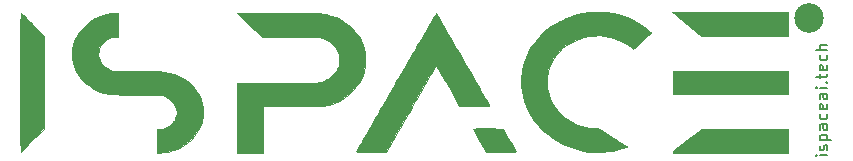
<source format=gbr>
%TF.GenerationSoftware,KiCad,Pcbnew,(5.1.6)-1*%
%TF.CreationDate,2022-05-14T23:18:14+05:30*%
%TF.ProjectId,iSPACE_keychain,69535041-4345-45f6-9b65-79636861696e,rev?*%
%TF.SameCoordinates,Original*%
%TF.FileFunction,Soldermask,Top*%
%TF.FilePolarity,Negative*%
%FSLAX46Y46*%
G04 Gerber Fmt 4.6, Leading zero omitted, Abs format (unit mm)*
G04 Created by KiCad (PCBNEW (5.1.6)-1) date 2022-05-14 23:18:14*
%MOMM*%
%LPD*%
G01*
G04 APERTURE LIST*
%ADD10C,0.200000*%
%ADD11C,0.010000*%
%ADD12C,2.500000*%
G04 APERTURE END LIST*
D10*
X151734780Y-96816276D02*
X151068114Y-96816276D01*
X150734780Y-96816276D02*
X150782400Y-96863895D01*
X150830019Y-96816276D01*
X150782400Y-96768657D01*
X150734780Y-96816276D01*
X150830019Y-96816276D01*
X151687161Y-96387704D02*
X151734780Y-96292466D01*
X151734780Y-96101990D01*
X151687161Y-96006752D01*
X151591923Y-95959133D01*
X151544304Y-95959133D01*
X151449066Y-96006752D01*
X151401447Y-96101990D01*
X151401447Y-96244847D01*
X151353828Y-96340085D01*
X151258590Y-96387704D01*
X151210971Y-96387704D01*
X151115733Y-96340085D01*
X151068114Y-96244847D01*
X151068114Y-96101990D01*
X151115733Y-96006752D01*
X151068114Y-95530561D02*
X152068114Y-95530561D01*
X151115733Y-95530561D02*
X151068114Y-95435323D01*
X151068114Y-95244847D01*
X151115733Y-95149609D01*
X151163352Y-95101990D01*
X151258590Y-95054371D01*
X151544304Y-95054371D01*
X151639542Y-95101990D01*
X151687161Y-95149609D01*
X151734780Y-95244847D01*
X151734780Y-95435323D01*
X151687161Y-95530561D01*
X151734780Y-94197228D02*
X151210971Y-94197228D01*
X151115733Y-94244847D01*
X151068114Y-94340085D01*
X151068114Y-94530561D01*
X151115733Y-94625800D01*
X151687161Y-94197228D02*
X151734780Y-94292466D01*
X151734780Y-94530561D01*
X151687161Y-94625800D01*
X151591923Y-94673419D01*
X151496685Y-94673419D01*
X151401447Y-94625800D01*
X151353828Y-94530561D01*
X151353828Y-94292466D01*
X151306209Y-94197228D01*
X151687161Y-93292466D02*
X151734780Y-93387704D01*
X151734780Y-93578180D01*
X151687161Y-93673419D01*
X151639542Y-93721038D01*
X151544304Y-93768657D01*
X151258590Y-93768657D01*
X151163352Y-93721038D01*
X151115733Y-93673419D01*
X151068114Y-93578180D01*
X151068114Y-93387704D01*
X151115733Y-93292466D01*
X151687161Y-92482942D02*
X151734780Y-92578180D01*
X151734780Y-92768657D01*
X151687161Y-92863895D01*
X151591923Y-92911514D01*
X151210971Y-92911514D01*
X151115733Y-92863895D01*
X151068114Y-92768657D01*
X151068114Y-92578180D01*
X151115733Y-92482942D01*
X151210971Y-92435323D01*
X151306209Y-92435323D01*
X151401447Y-92911514D01*
X151734780Y-91578180D02*
X151210971Y-91578180D01*
X151115733Y-91625800D01*
X151068114Y-91721038D01*
X151068114Y-91911514D01*
X151115733Y-92006752D01*
X151687161Y-91578180D02*
X151734780Y-91673419D01*
X151734780Y-91911514D01*
X151687161Y-92006752D01*
X151591923Y-92054371D01*
X151496685Y-92054371D01*
X151401447Y-92006752D01*
X151353828Y-91911514D01*
X151353828Y-91673419D01*
X151306209Y-91578180D01*
X151734780Y-91101990D02*
X151068114Y-91101990D01*
X150734780Y-91101990D02*
X150782400Y-91149609D01*
X150830019Y-91101990D01*
X150782400Y-91054371D01*
X150734780Y-91101990D01*
X150830019Y-91101990D01*
X151639542Y-90625800D02*
X151687161Y-90578180D01*
X151734780Y-90625800D01*
X151687161Y-90673419D01*
X151639542Y-90625800D01*
X151734780Y-90625800D01*
X151068114Y-90292466D02*
X151068114Y-89911514D01*
X150734780Y-90149609D02*
X151591923Y-90149609D01*
X151687161Y-90101990D01*
X151734780Y-90006752D01*
X151734780Y-89911514D01*
X151687161Y-89197228D02*
X151734780Y-89292466D01*
X151734780Y-89482942D01*
X151687161Y-89578180D01*
X151591923Y-89625800D01*
X151210971Y-89625800D01*
X151115733Y-89578180D01*
X151068114Y-89482942D01*
X151068114Y-89292466D01*
X151115733Y-89197228D01*
X151210971Y-89149609D01*
X151306209Y-89149609D01*
X151401447Y-89625800D01*
X151687161Y-88292466D02*
X151734780Y-88387704D01*
X151734780Y-88578180D01*
X151687161Y-88673419D01*
X151639542Y-88721038D01*
X151544304Y-88768657D01*
X151258590Y-88768657D01*
X151163352Y-88721038D01*
X151115733Y-88673419D01*
X151068114Y-88578180D01*
X151068114Y-88387704D01*
X151115733Y-88292466D01*
X151734780Y-87863895D02*
X150734780Y-87863895D01*
X151734780Y-87435323D02*
X151210971Y-87435323D01*
X151115733Y-87482942D01*
X151068114Y-87578180D01*
X151068114Y-87721038D01*
X151115733Y-87816276D01*
X151163352Y-87863895D01*
D11*
%TO.C,G\u002A\u002A\u002A*%
G36*
X148424900Y-86698666D02*
G01*
X144747191Y-86697315D01*
X141069483Y-86695963D01*
X139905316Y-85742899D01*
X139711282Y-85584066D01*
X139525600Y-85432104D01*
X139351064Y-85289294D01*
X139190464Y-85157921D01*
X139046596Y-85040269D01*
X138922251Y-84938621D01*
X138820222Y-84855260D01*
X138743302Y-84792470D01*
X138694284Y-84752536D01*
X138677650Y-84739068D01*
X138614150Y-84688302D01*
X143519525Y-84688068D01*
X148424900Y-84687833D01*
X148424900Y-86698666D01*
G37*
X148424900Y-86698666D02*
X144747191Y-86697315D01*
X141069483Y-86695963D01*
X139905316Y-85742899D01*
X139711282Y-85584066D01*
X139525600Y-85432104D01*
X139351064Y-85289294D01*
X139190464Y-85157921D01*
X139046596Y-85040269D01*
X138922251Y-84938621D01*
X138820222Y-84855260D01*
X138743302Y-84792470D01*
X138694284Y-84752536D01*
X138677650Y-84739068D01*
X138614150Y-84688302D01*
X143519525Y-84688068D01*
X148424900Y-84687833D01*
X148424900Y-86698666D01*
G36*
X148424900Y-91630500D02*
G01*
X138624733Y-91630500D01*
X138624733Y-89640833D01*
X148424900Y-89640833D01*
X148424900Y-91630500D01*
G37*
X148424900Y-91630500D02*
X138624733Y-91630500D01*
X138624733Y-89640833D01*
X148424900Y-89640833D01*
X148424900Y-91630500D01*
G36*
X122698258Y-94534574D02*
G01*
X122972270Y-94535457D01*
X124235612Y-94540916D01*
X124794423Y-95502821D01*
X124901349Y-95687193D01*
X125001564Y-95860603D01*
X125093094Y-96019595D01*
X125173968Y-96160714D01*
X125242214Y-96280505D01*
X125295858Y-96375513D01*
X125332930Y-96442282D01*
X125351456Y-96477358D01*
X125353233Y-96481779D01*
X125332677Y-96484836D01*
X125273455Y-96487707D01*
X125179231Y-96490344D01*
X125053673Y-96492698D01*
X124900445Y-96494721D01*
X124723215Y-96496365D01*
X124525648Y-96497580D01*
X124311410Y-96498318D01*
X124088525Y-96498532D01*
X122823816Y-96498232D01*
X122273483Y-95534938D01*
X122167836Y-95349860D01*
X122068583Y-95175682D01*
X121977703Y-95015900D01*
X121897177Y-94874008D01*
X121828983Y-94753502D01*
X121775103Y-94657875D01*
X121737514Y-94590624D01*
X121718197Y-94555242D01*
X121716038Y-94550822D01*
X121735329Y-94546092D01*
X121796201Y-94542150D01*
X121897912Y-94539005D01*
X122039717Y-94536666D01*
X122220873Y-94535142D01*
X122440634Y-94534441D01*
X122698258Y-94534574D01*
G37*
X122698258Y-94534574D02*
X122972270Y-94535457D01*
X124235612Y-94540916D01*
X124794423Y-95502821D01*
X124901349Y-95687193D01*
X125001564Y-95860603D01*
X125093094Y-96019595D01*
X125173968Y-96160714D01*
X125242214Y-96280505D01*
X125295858Y-96375513D01*
X125332930Y-96442282D01*
X125351456Y-96477358D01*
X125353233Y-96481779D01*
X125332677Y-96484836D01*
X125273455Y-96487707D01*
X125179231Y-96490344D01*
X125053673Y-96492698D01*
X124900445Y-96494721D01*
X124723215Y-96496365D01*
X124525648Y-96497580D01*
X124311410Y-96498318D01*
X124088525Y-96498532D01*
X122823816Y-96498232D01*
X122273483Y-95534938D01*
X122167836Y-95349860D01*
X122068583Y-95175682D01*
X121977703Y-95015900D01*
X121897177Y-94874008D01*
X121828983Y-94753502D01*
X121775103Y-94657875D01*
X121737514Y-94590624D01*
X121718197Y-94555242D01*
X121716038Y-94550822D01*
X121735329Y-94546092D01*
X121796201Y-94542150D01*
X121897912Y-94539005D01*
X122039717Y-94536666D01*
X122220873Y-94535142D01*
X122440634Y-94534441D01*
X122698258Y-94534574D01*
G36*
X118602402Y-84797804D02*
G01*
X118634262Y-84849996D01*
X118684874Y-84934772D01*
X118753053Y-85050081D01*
X118837611Y-85193871D01*
X118937362Y-85364092D01*
X119051119Y-85558693D01*
X119177696Y-85775623D01*
X119315905Y-86012832D01*
X119464561Y-86268268D01*
X119622476Y-86539881D01*
X119788463Y-86825620D01*
X119961336Y-87123434D01*
X120139908Y-87431272D01*
X120322993Y-87747083D01*
X120509403Y-88068818D01*
X120697952Y-88394424D01*
X120887454Y-88721851D01*
X121076721Y-89049048D01*
X121264567Y-89373964D01*
X121449805Y-89694549D01*
X121631248Y-90008752D01*
X121807711Y-90314522D01*
X121978005Y-90609807D01*
X122140944Y-90892558D01*
X122295342Y-91160724D01*
X122440011Y-91412253D01*
X122573766Y-91645094D01*
X122695419Y-91857198D01*
X122803784Y-92046513D01*
X122897674Y-92210988D01*
X122975902Y-92348573D01*
X123037281Y-92457216D01*
X123080626Y-92534867D01*
X123104748Y-92579475D01*
X123109566Y-92589883D01*
X123089008Y-92592430D01*
X123029768Y-92594817D01*
X122935496Y-92597004D01*
X122809843Y-92598953D01*
X122656460Y-92600624D01*
X122478999Y-92601976D01*
X122281109Y-92602971D01*
X122066441Y-92603568D01*
X121838647Y-92603729D01*
X121834275Y-92603727D01*
X120558983Y-92603288D01*
X119575816Y-90889908D01*
X119433852Y-90642624D01*
X119297952Y-90406132D01*
X119169580Y-90182971D01*
X119050202Y-89975675D01*
X118941282Y-89786781D01*
X118844287Y-89618827D01*
X118760681Y-89474348D01*
X118691930Y-89355881D01*
X118639498Y-89265963D01*
X118604851Y-89207129D01*
X118589453Y-89181918D01*
X118588791Y-89181139D01*
X118577599Y-89200032D01*
X118546802Y-89252825D01*
X118497991Y-89336772D01*
X118432756Y-89449127D01*
X118352686Y-89587144D01*
X118259372Y-89748075D01*
X118154403Y-89929177D01*
X118039370Y-90127701D01*
X117915862Y-90340903D01*
X117785468Y-90566037D01*
X117649780Y-90800355D01*
X117510386Y-91041113D01*
X117368878Y-91285563D01*
X117226844Y-91530960D01*
X117085874Y-91774558D01*
X116947559Y-92013611D01*
X116813489Y-92245373D01*
X116685253Y-92467097D01*
X116564441Y-92676038D01*
X116452643Y-92869449D01*
X116351449Y-93044584D01*
X116262449Y-93198698D01*
X116187232Y-93329044D01*
X116178031Y-93345000D01*
X116074200Y-93524773D01*
X115952958Y-93734203D01*
X115818294Y-93966424D01*
X115674201Y-94214569D01*
X115524669Y-94471771D01*
X115373690Y-94731163D01*
X115225253Y-94985878D01*
X115083352Y-95229049D01*
X115018554Y-95339958D01*
X114341201Y-96498833D01*
X113084467Y-96498833D01*
X112858177Y-96498573D01*
X112644979Y-96497825D01*
X112448549Y-96496636D01*
X112272563Y-96495050D01*
X112120699Y-96493116D01*
X111996633Y-96490880D01*
X111904043Y-96488388D01*
X111846605Y-96485686D01*
X111827947Y-96482958D01*
X111838416Y-96462817D01*
X111869119Y-96407756D01*
X111919087Y-96319451D01*
X111987350Y-96199581D01*
X112072939Y-96049822D01*
X112174885Y-95871854D01*
X112292217Y-95667354D01*
X112423966Y-95438000D01*
X112569163Y-95185468D01*
X112726838Y-94911438D01*
X112896021Y-94617587D01*
X113075744Y-94305593D01*
X113265036Y-93977134D01*
X113462928Y-93633886D01*
X113668450Y-93277529D01*
X113880634Y-92909740D01*
X114098509Y-92532197D01*
X114321105Y-92146577D01*
X114547455Y-91754559D01*
X114776586Y-91357819D01*
X115007532Y-90958037D01*
X115239321Y-90556889D01*
X115470984Y-90156054D01*
X115701552Y-89757209D01*
X115930055Y-89362032D01*
X116155524Y-88972201D01*
X116376988Y-88589394D01*
X116593480Y-88215288D01*
X116804028Y-87851561D01*
X117007664Y-87499892D01*
X117203418Y-87161957D01*
X117390321Y-86839435D01*
X117567402Y-86534003D01*
X117733693Y-86247339D01*
X117888224Y-85981122D01*
X118030025Y-85737028D01*
X118158127Y-85516736D01*
X118271560Y-85321923D01*
X118369355Y-85154267D01*
X118450542Y-85015446D01*
X118514152Y-84907138D01*
X118559215Y-84831020D01*
X118584761Y-84788771D01*
X118590483Y-84780245D01*
X118602402Y-84797804D01*
G37*
X118602402Y-84797804D02*
X118634262Y-84849996D01*
X118684874Y-84934772D01*
X118753053Y-85050081D01*
X118837611Y-85193871D01*
X118937362Y-85364092D01*
X119051119Y-85558693D01*
X119177696Y-85775623D01*
X119315905Y-86012832D01*
X119464561Y-86268268D01*
X119622476Y-86539881D01*
X119788463Y-86825620D01*
X119961336Y-87123434D01*
X120139908Y-87431272D01*
X120322993Y-87747083D01*
X120509403Y-88068818D01*
X120697952Y-88394424D01*
X120887454Y-88721851D01*
X121076721Y-89049048D01*
X121264567Y-89373964D01*
X121449805Y-89694549D01*
X121631248Y-90008752D01*
X121807711Y-90314522D01*
X121978005Y-90609807D01*
X122140944Y-90892558D01*
X122295342Y-91160724D01*
X122440011Y-91412253D01*
X122573766Y-91645094D01*
X122695419Y-91857198D01*
X122803784Y-92046513D01*
X122897674Y-92210988D01*
X122975902Y-92348573D01*
X123037281Y-92457216D01*
X123080626Y-92534867D01*
X123104748Y-92579475D01*
X123109566Y-92589883D01*
X123089008Y-92592430D01*
X123029768Y-92594817D01*
X122935496Y-92597004D01*
X122809843Y-92598953D01*
X122656460Y-92600624D01*
X122478999Y-92601976D01*
X122281109Y-92602971D01*
X122066441Y-92603568D01*
X121838647Y-92603729D01*
X121834275Y-92603727D01*
X120558983Y-92603288D01*
X119575816Y-90889908D01*
X119433852Y-90642624D01*
X119297952Y-90406132D01*
X119169580Y-90182971D01*
X119050202Y-89975675D01*
X118941282Y-89786781D01*
X118844287Y-89618827D01*
X118760681Y-89474348D01*
X118691930Y-89355881D01*
X118639498Y-89265963D01*
X118604851Y-89207129D01*
X118589453Y-89181918D01*
X118588791Y-89181139D01*
X118577599Y-89200032D01*
X118546802Y-89252825D01*
X118497991Y-89336772D01*
X118432756Y-89449127D01*
X118352686Y-89587144D01*
X118259372Y-89748075D01*
X118154403Y-89929177D01*
X118039370Y-90127701D01*
X117915862Y-90340903D01*
X117785468Y-90566037D01*
X117649780Y-90800355D01*
X117510386Y-91041113D01*
X117368878Y-91285563D01*
X117226844Y-91530960D01*
X117085874Y-91774558D01*
X116947559Y-92013611D01*
X116813489Y-92245373D01*
X116685253Y-92467097D01*
X116564441Y-92676038D01*
X116452643Y-92869449D01*
X116351449Y-93044584D01*
X116262449Y-93198698D01*
X116187232Y-93329044D01*
X116178031Y-93345000D01*
X116074200Y-93524773D01*
X115952958Y-93734203D01*
X115818294Y-93966424D01*
X115674201Y-94214569D01*
X115524669Y-94471771D01*
X115373690Y-94731163D01*
X115225253Y-94985878D01*
X115083352Y-95229049D01*
X115018554Y-95339958D01*
X114341201Y-96498833D01*
X113084467Y-96498833D01*
X112858177Y-96498573D01*
X112644979Y-96497825D01*
X112448549Y-96496636D01*
X112272563Y-96495050D01*
X112120699Y-96493116D01*
X111996633Y-96490880D01*
X111904043Y-96488388D01*
X111846605Y-96485686D01*
X111827947Y-96482958D01*
X111838416Y-96462817D01*
X111869119Y-96407756D01*
X111919087Y-96319451D01*
X111987350Y-96199581D01*
X112072939Y-96049822D01*
X112174885Y-95871854D01*
X112292217Y-95667354D01*
X112423966Y-95438000D01*
X112569163Y-95185468D01*
X112726838Y-94911438D01*
X112896021Y-94617587D01*
X113075744Y-94305593D01*
X113265036Y-93977134D01*
X113462928Y-93633886D01*
X113668450Y-93277529D01*
X113880634Y-92909740D01*
X114098509Y-92532197D01*
X114321105Y-92146577D01*
X114547455Y-91754559D01*
X114776586Y-91357819D01*
X115007532Y-90958037D01*
X115239321Y-90556889D01*
X115470984Y-90156054D01*
X115701552Y-89757209D01*
X115930055Y-89362032D01*
X116155524Y-88972201D01*
X116376988Y-88589394D01*
X116593480Y-88215288D01*
X116804028Y-87851561D01*
X117007664Y-87499892D01*
X117203418Y-87161957D01*
X117390321Y-86839435D01*
X117567402Y-86534003D01*
X117733693Y-86247339D01*
X117888224Y-85981122D01*
X118030025Y-85737028D01*
X118158127Y-85516736D01*
X118271560Y-85321923D01*
X118369355Y-85154267D01*
X118450542Y-85015446D01*
X118514152Y-84907138D01*
X118559215Y-84831020D01*
X118584761Y-84788771D01*
X118590483Y-84780245D01*
X118602402Y-84797804D01*
G36*
X132414992Y-84667100D02*
G01*
X132600479Y-84670375D01*
X132768747Y-84676140D01*
X132909885Y-84684395D01*
X132956496Y-84688390D01*
X133484315Y-84760176D01*
X133999611Y-84872397D01*
X134502400Y-85025060D01*
X134992700Y-85218171D01*
X135470526Y-85451735D01*
X135849156Y-85671028D01*
X135963676Y-85744926D01*
X136086579Y-85829036D01*
X136213049Y-85919568D01*
X136338273Y-86012733D01*
X136457435Y-86104739D01*
X136565721Y-86191796D01*
X136658317Y-86270114D01*
X136730408Y-86335904D01*
X136777179Y-86385373D01*
X136793816Y-86414715D01*
X136778675Y-86432675D01*
X136735724Y-86475506D01*
X136668675Y-86539820D01*
X136581238Y-86622228D01*
X136477124Y-86719342D01*
X136360044Y-86827774D01*
X136233708Y-86944135D01*
X136101828Y-87065036D01*
X135968114Y-87187090D01*
X135836277Y-87306908D01*
X135710027Y-87421101D01*
X135593075Y-87526281D01*
X135489133Y-87619060D01*
X135401910Y-87696049D01*
X135335118Y-87753860D01*
X135292467Y-87789104D01*
X135278075Y-87798790D01*
X135257411Y-87786306D01*
X135211879Y-87752180D01*
X135148913Y-87702130D01*
X135098158Y-87660444D01*
X134763294Y-87409111D01*
X134407006Y-87193179D01*
X134031885Y-87013189D01*
X133640524Y-86869680D01*
X133235515Y-86763194D01*
X132819450Y-86694269D01*
X132394921Y-86663447D01*
X131964520Y-86671267D01*
X131530840Y-86718269D01*
X131096472Y-86804993D01*
X131049419Y-86816812D01*
X130659081Y-86937450D01*
X130286070Y-87093693D01*
X129932620Y-87283256D01*
X129600963Y-87503850D01*
X129293329Y-87753190D01*
X129011953Y-88028988D01*
X128759065Y-88328958D01*
X128536899Y-88650812D01*
X128347685Y-88992263D01*
X128193657Y-89351025D01*
X128077046Y-89724810D01*
X128035965Y-89904212D01*
X128019578Y-89990488D01*
X128007406Y-90070874D01*
X127998873Y-90154033D01*
X127993400Y-90248626D01*
X127990411Y-90363316D01*
X127989329Y-90506766D01*
X127989343Y-90603916D01*
X127990184Y-90766575D01*
X127992429Y-90895304D01*
X127996675Y-90998498D01*
X128003516Y-91084551D01*
X128013547Y-91161858D01*
X128027363Y-91238816D01*
X128037928Y-91289285D01*
X128141913Y-91681115D01*
X128278646Y-92047127D01*
X128449653Y-92390091D01*
X128656462Y-92712778D01*
X128900601Y-93017961D01*
X129113775Y-93241583D01*
X129327745Y-93442627D01*
X129529702Y-93614169D01*
X129729174Y-93763155D01*
X129935688Y-93896525D01*
X130158772Y-94021222D01*
X130242733Y-94064204D01*
X130565855Y-94209627D01*
X130898470Y-94325507D01*
X131247363Y-94413600D01*
X131619318Y-94475662D01*
X131963676Y-94509615D01*
X132277037Y-94531836D01*
X133508843Y-95285219D01*
X133716485Y-95412256D01*
X133913417Y-95532823D01*
X134096682Y-95645101D01*
X134263319Y-95747275D01*
X134410368Y-95837526D01*
X134534870Y-95914039D01*
X134633865Y-95974995D01*
X134704393Y-96018578D01*
X134743494Y-96042970D01*
X134750620Y-96047619D01*
X134751620Y-96058220D01*
X134731782Y-96072907D01*
X134687079Y-96093337D01*
X134613486Y-96121170D01*
X134506977Y-96158065D01*
X134380816Y-96200005D01*
X134111421Y-96283747D01*
X133857056Y-96351955D01*
X133608870Y-96405988D01*
X133358014Y-96447199D01*
X133095638Y-96476947D01*
X132812891Y-96496587D01*
X132500923Y-96507475D01*
X132359400Y-96509760D01*
X132190410Y-96510950D01*
X132025860Y-96510711D01*
X131873169Y-96509161D01*
X131739758Y-96506414D01*
X131633045Y-96502587D01*
X131560452Y-96497794D01*
X131555066Y-96497234D01*
X131018854Y-96417645D01*
X130494658Y-96298065D01*
X129984285Y-96139258D01*
X129489539Y-95941989D01*
X129012227Y-95707023D01*
X128554154Y-95435125D01*
X128117128Y-95127060D01*
X127888848Y-94944540D01*
X127541343Y-94628096D01*
X127218048Y-94280698D01*
X126921505Y-93906494D01*
X126654255Y-93509635D01*
X126418840Y-93094270D01*
X126217801Y-92664551D01*
X126053680Y-92224626D01*
X125929018Y-91778645D01*
X125916635Y-91724032D01*
X125852326Y-91360550D01*
X125813530Y-90974756D01*
X125800488Y-90578299D01*
X125813439Y-90182826D01*
X125852623Y-89799989D01*
X125874140Y-89662000D01*
X125972424Y-89212726D01*
X126111144Y-88768648D01*
X126288430Y-88333425D01*
X126502413Y-87910715D01*
X126751221Y-87504179D01*
X127032986Y-87117474D01*
X127345839Y-86754259D01*
X127376687Y-86721553D01*
X127691968Y-86408774D01*
X128012314Y-86130293D01*
X128346630Y-85879489D01*
X128703817Y-85649747D01*
X129092777Y-85434448D01*
X129142066Y-85409240D01*
X129612043Y-85189857D01*
X130080265Y-85010281D01*
X130552799Y-84868714D01*
X131035713Y-84763360D01*
X131535073Y-84692420D01*
X131576233Y-84688146D01*
X131699118Y-84678941D01*
X131854349Y-84672236D01*
X132032014Y-84668029D01*
X132222199Y-84666317D01*
X132414992Y-84667100D01*
G37*
X132414992Y-84667100D02*
X132600479Y-84670375D01*
X132768747Y-84676140D01*
X132909885Y-84684395D01*
X132956496Y-84688390D01*
X133484315Y-84760176D01*
X133999611Y-84872397D01*
X134502400Y-85025060D01*
X134992700Y-85218171D01*
X135470526Y-85451735D01*
X135849156Y-85671028D01*
X135963676Y-85744926D01*
X136086579Y-85829036D01*
X136213049Y-85919568D01*
X136338273Y-86012733D01*
X136457435Y-86104739D01*
X136565721Y-86191796D01*
X136658317Y-86270114D01*
X136730408Y-86335904D01*
X136777179Y-86385373D01*
X136793816Y-86414715D01*
X136778675Y-86432675D01*
X136735724Y-86475506D01*
X136668675Y-86539820D01*
X136581238Y-86622228D01*
X136477124Y-86719342D01*
X136360044Y-86827774D01*
X136233708Y-86944135D01*
X136101828Y-87065036D01*
X135968114Y-87187090D01*
X135836277Y-87306908D01*
X135710027Y-87421101D01*
X135593075Y-87526281D01*
X135489133Y-87619060D01*
X135401910Y-87696049D01*
X135335118Y-87753860D01*
X135292467Y-87789104D01*
X135278075Y-87798790D01*
X135257411Y-87786306D01*
X135211879Y-87752180D01*
X135148913Y-87702130D01*
X135098158Y-87660444D01*
X134763294Y-87409111D01*
X134407006Y-87193179D01*
X134031885Y-87013189D01*
X133640524Y-86869680D01*
X133235515Y-86763194D01*
X132819450Y-86694269D01*
X132394921Y-86663447D01*
X131964520Y-86671267D01*
X131530840Y-86718269D01*
X131096472Y-86804993D01*
X131049419Y-86816812D01*
X130659081Y-86937450D01*
X130286070Y-87093693D01*
X129932620Y-87283256D01*
X129600963Y-87503850D01*
X129293329Y-87753190D01*
X129011953Y-88028988D01*
X128759065Y-88328958D01*
X128536899Y-88650812D01*
X128347685Y-88992263D01*
X128193657Y-89351025D01*
X128077046Y-89724810D01*
X128035965Y-89904212D01*
X128019578Y-89990488D01*
X128007406Y-90070874D01*
X127998873Y-90154033D01*
X127993400Y-90248626D01*
X127990411Y-90363316D01*
X127989329Y-90506766D01*
X127989343Y-90603916D01*
X127990184Y-90766575D01*
X127992429Y-90895304D01*
X127996675Y-90998498D01*
X128003516Y-91084551D01*
X128013547Y-91161858D01*
X128027363Y-91238816D01*
X128037928Y-91289285D01*
X128141913Y-91681115D01*
X128278646Y-92047127D01*
X128449653Y-92390091D01*
X128656462Y-92712778D01*
X128900601Y-93017961D01*
X129113775Y-93241583D01*
X129327745Y-93442627D01*
X129529702Y-93614169D01*
X129729174Y-93763155D01*
X129935688Y-93896525D01*
X130158772Y-94021222D01*
X130242733Y-94064204D01*
X130565855Y-94209627D01*
X130898470Y-94325507D01*
X131247363Y-94413600D01*
X131619318Y-94475662D01*
X131963676Y-94509615D01*
X132277037Y-94531836D01*
X133508843Y-95285219D01*
X133716485Y-95412256D01*
X133913417Y-95532823D01*
X134096682Y-95645101D01*
X134263319Y-95747275D01*
X134410368Y-95837526D01*
X134534870Y-95914039D01*
X134633865Y-95974995D01*
X134704393Y-96018578D01*
X134743494Y-96042970D01*
X134750620Y-96047619D01*
X134751620Y-96058220D01*
X134731782Y-96072907D01*
X134687079Y-96093337D01*
X134613486Y-96121170D01*
X134506977Y-96158065D01*
X134380816Y-96200005D01*
X134111421Y-96283747D01*
X133857056Y-96351955D01*
X133608870Y-96405988D01*
X133358014Y-96447199D01*
X133095638Y-96476947D01*
X132812891Y-96496587D01*
X132500923Y-96507475D01*
X132359400Y-96509760D01*
X132190410Y-96510950D01*
X132025860Y-96510711D01*
X131873169Y-96509161D01*
X131739758Y-96506414D01*
X131633045Y-96502587D01*
X131560452Y-96497794D01*
X131555066Y-96497234D01*
X131018854Y-96417645D01*
X130494658Y-96298065D01*
X129984285Y-96139258D01*
X129489539Y-95941989D01*
X129012227Y-95707023D01*
X128554154Y-95435125D01*
X128117128Y-95127060D01*
X127888848Y-94944540D01*
X127541343Y-94628096D01*
X127218048Y-94280698D01*
X126921505Y-93906494D01*
X126654255Y-93509635D01*
X126418840Y-93094270D01*
X126217801Y-92664551D01*
X126053680Y-92224626D01*
X125929018Y-91778645D01*
X125916635Y-91724032D01*
X125852326Y-91360550D01*
X125813530Y-90974756D01*
X125800488Y-90578299D01*
X125813439Y-90182826D01*
X125852623Y-89799989D01*
X125874140Y-89662000D01*
X125972424Y-89212726D01*
X126111144Y-88768648D01*
X126288430Y-88333425D01*
X126502413Y-87910715D01*
X126751221Y-87504179D01*
X127032986Y-87117474D01*
X127345839Y-86754259D01*
X127376687Y-86721553D01*
X127691968Y-86408774D01*
X128012314Y-86130293D01*
X128346630Y-85879489D01*
X128703817Y-85649747D01*
X129092777Y-85434448D01*
X129142066Y-85409240D01*
X129612043Y-85189857D01*
X130080265Y-85010281D01*
X130552799Y-84868714D01*
X131035713Y-84763360D01*
X131535073Y-84692420D01*
X131576233Y-84688146D01*
X131699118Y-84678941D01*
X131854349Y-84672236D01*
X132032014Y-84668029D01*
X132222199Y-84666317D01*
X132414992Y-84667100D01*
G36*
X83437599Y-84744828D02*
G01*
X83482547Y-84787140D01*
X83552138Y-84854593D01*
X83643840Y-84944676D01*
X83755123Y-85054881D01*
X83883454Y-85182696D01*
X84026302Y-85325612D01*
X84181136Y-85481120D01*
X84345424Y-85646710D01*
X84404077Y-85705964D01*
X85369400Y-86681762D01*
X85369400Y-94563356D01*
X84403512Y-95552261D01*
X84237035Y-95722425D01*
X84079085Y-95883329D01*
X83932168Y-96032457D01*
X83798788Y-96167291D01*
X83681449Y-96285317D01*
X83582656Y-96384016D01*
X83504913Y-96460874D01*
X83450726Y-96513374D01*
X83422597Y-96538999D01*
X83419262Y-96541166D01*
X83417663Y-96520263D01*
X83416106Y-96458607D01*
X83414596Y-96357778D01*
X83413139Y-96219357D01*
X83411738Y-96044924D01*
X83410401Y-95836059D01*
X83409130Y-95594343D01*
X83407931Y-95321356D01*
X83406809Y-95018679D01*
X83405769Y-94687891D01*
X83404815Y-94330573D01*
X83403954Y-93948306D01*
X83403189Y-93542670D01*
X83402525Y-93115245D01*
X83401968Y-92667611D01*
X83401522Y-92201349D01*
X83401192Y-91718040D01*
X83400983Y-91219263D01*
X83400901Y-90706598D01*
X83400900Y-90635666D01*
X83400967Y-90087876D01*
X83401165Y-89558860D01*
X83401491Y-89049955D01*
X83401939Y-88562498D01*
X83402506Y-88097826D01*
X83403188Y-87657273D01*
X83403979Y-87242178D01*
X83404876Y-86853875D01*
X83405874Y-86493702D01*
X83406970Y-86162995D01*
X83408158Y-85863090D01*
X83409435Y-85595324D01*
X83410796Y-85361033D01*
X83412237Y-85161553D01*
X83413754Y-84998221D01*
X83415342Y-84872373D01*
X83416998Y-84785345D01*
X83418716Y-84738475D01*
X83419827Y-84730166D01*
X83437599Y-84744828D01*
G37*
X83437599Y-84744828D02*
X83482547Y-84787140D01*
X83552138Y-84854593D01*
X83643840Y-84944676D01*
X83755123Y-85054881D01*
X83883454Y-85182696D01*
X84026302Y-85325612D01*
X84181136Y-85481120D01*
X84345424Y-85646710D01*
X84404077Y-85705964D01*
X85369400Y-86681762D01*
X85369400Y-94563356D01*
X84403512Y-95552261D01*
X84237035Y-95722425D01*
X84079085Y-95883329D01*
X83932168Y-96032457D01*
X83798788Y-96167291D01*
X83681449Y-96285317D01*
X83582656Y-96384016D01*
X83504913Y-96460874D01*
X83450726Y-96513374D01*
X83422597Y-96538999D01*
X83419262Y-96541166D01*
X83417663Y-96520263D01*
X83416106Y-96458607D01*
X83414596Y-96357778D01*
X83413139Y-96219357D01*
X83411738Y-96044924D01*
X83410401Y-95836059D01*
X83409130Y-95594343D01*
X83407931Y-95321356D01*
X83406809Y-95018679D01*
X83405769Y-94687891D01*
X83404815Y-94330573D01*
X83403954Y-93948306D01*
X83403189Y-93542670D01*
X83402525Y-93115245D01*
X83401968Y-92667611D01*
X83401522Y-92201349D01*
X83401192Y-91718040D01*
X83400983Y-91219263D01*
X83400901Y-90706598D01*
X83400900Y-90635666D01*
X83400967Y-90087876D01*
X83401165Y-89558860D01*
X83401491Y-89049955D01*
X83401939Y-88562498D01*
X83402506Y-88097826D01*
X83403188Y-87657273D01*
X83403979Y-87242178D01*
X83404876Y-86853875D01*
X83405874Y-86493702D01*
X83406970Y-86162995D01*
X83408158Y-85863090D01*
X83409435Y-85595324D01*
X83410796Y-85361033D01*
X83412237Y-85161553D01*
X83413754Y-84998221D01*
X83415342Y-84872373D01*
X83416998Y-84785345D01*
X83418716Y-84738475D01*
X83419827Y-84730166D01*
X83437599Y-84744828D01*
G36*
X148424900Y-96583500D02*
G01*
X138624733Y-96583500D01*
X138625635Y-96493541D01*
X138626536Y-96403583D01*
X139849893Y-95488125D01*
X141073251Y-94572666D01*
X148424900Y-94572666D01*
X148424900Y-96583500D01*
G37*
X148424900Y-96583500D02*
X138624733Y-96583500D01*
X138625635Y-96493541D01*
X138626536Y-96403583D01*
X139849893Y-95488125D01*
X141073251Y-94572666D01*
X148424900Y-94572666D01*
X148424900Y-96583500D01*
G36*
X91655900Y-86762166D02*
G01*
X91544775Y-86762444D01*
X91353667Y-86779081D01*
X91148776Y-86825401D01*
X90941915Y-86897369D01*
X90744900Y-86990954D01*
X90587105Y-87089374D01*
X90421427Y-87230050D01*
X90274838Y-87398843D01*
X90153972Y-87586282D01*
X90065461Y-87782894D01*
X90037185Y-87874774D01*
X90017897Y-87984195D01*
X90007612Y-88119437D01*
X90006335Y-88264957D01*
X90014071Y-88405209D01*
X90030826Y-88524649D01*
X90036968Y-88551594D01*
X90110697Y-88759085D01*
X90221883Y-88957626D01*
X90365800Y-89141843D01*
X90537724Y-89306365D01*
X90732929Y-89445818D01*
X90902342Y-89535567D01*
X90949443Y-89557208D01*
X90991420Y-89576380D01*
X91030999Y-89593251D01*
X91070905Y-89607986D01*
X91113862Y-89620751D01*
X91162597Y-89631714D01*
X91219834Y-89641039D01*
X91288299Y-89648894D01*
X91370715Y-89655443D01*
X91469810Y-89660855D01*
X91588307Y-89665293D01*
X91728932Y-89668926D01*
X91894409Y-89671919D01*
X92087465Y-89674438D01*
X92310825Y-89676650D01*
X92567212Y-89678720D01*
X92859353Y-89680815D01*
X93189973Y-89683101D01*
X93338650Y-89684142D01*
X93742257Y-89687227D01*
X94104111Y-89690492D01*
X94424791Y-89693947D01*
X94704876Y-89697603D01*
X94944946Y-89701469D01*
X95145581Y-89705556D01*
X95307359Y-89709874D01*
X95430860Y-89714434D01*
X95516665Y-89719246D01*
X95561150Y-89723653D01*
X95980387Y-89803137D01*
X96372694Y-89914319D01*
X96740505Y-90058403D01*
X97086254Y-90236595D01*
X97412377Y-90450099D01*
X97721306Y-90700120D01*
X97924519Y-90893345D01*
X98178234Y-91177804D01*
X98392766Y-91478058D01*
X98567814Y-91793161D01*
X98703076Y-92122163D01*
X98798251Y-92464117D01*
X98853038Y-92818075D01*
X98867134Y-93183089D01*
X98840237Y-93558210D01*
X98818938Y-93704833D01*
X98744474Y-94027803D01*
X98630740Y-94342778D01*
X98480451Y-94647182D01*
X98296321Y-94938436D01*
X98081065Y-95213964D01*
X97837399Y-95471187D01*
X97568037Y-95707528D01*
X97275694Y-95920410D01*
X96963086Y-96107255D01*
X96632926Y-96265486D01*
X96287931Y-96392525D01*
X95930815Y-96485794D01*
X95878650Y-96496273D01*
X95630191Y-96538667D01*
X95395917Y-96567619D01*
X95186199Y-96581950D01*
X95111358Y-96583326D01*
X94957900Y-96583500D01*
X94957900Y-94598239D01*
X95132525Y-94583001D01*
X95389920Y-94544123D01*
X95634413Y-94471725D01*
X95823583Y-94390268D01*
X95923012Y-94338883D01*
X96004758Y-94287913D01*
X96082071Y-94227686D01*
X96168205Y-94148529D01*
X96207199Y-94110291D01*
X96297177Y-94017768D01*
X96363635Y-93939930D01*
X96415717Y-93864533D01*
X96462568Y-93779331D01*
X96478347Y-93747166D01*
X96569760Y-93516985D01*
X96619684Y-93292434D01*
X96628336Y-93071897D01*
X96597944Y-92862152D01*
X96527713Y-92653489D01*
X96419836Y-92454013D01*
X96278711Y-92267973D01*
X96108735Y-92099618D01*
X95914308Y-91953197D01*
X95699827Y-91832959D01*
X95469691Y-91743155D01*
X95426604Y-91730455D01*
X95399054Y-91722965D01*
X95371296Y-91716327D01*
X95340662Y-91710469D01*
X95304488Y-91705322D01*
X95260107Y-91700815D01*
X95204853Y-91696879D01*
X95136060Y-91693443D01*
X95051062Y-91690438D01*
X94947192Y-91687793D01*
X94821785Y-91685437D01*
X94672175Y-91683302D01*
X94495696Y-91681317D01*
X94289680Y-91679411D01*
X94051463Y-91677515D01*
X93778379Y-91675559D01*
X93467760Y-91673472D01*
X93190483Y-91671661D01*
X92847284Y-91669408D01*
X92543651Y-91667327D01*
X92276816Y-91665347D01*
X92044014Y-91663398D01*
X91842476Y-91661409D01*
X91669437Y-91659309D01*
X91522129Y-91657029D01*
X91397784Y-91654497D01*
X91293638Y-91651642D01*
X91206921Y-91648395D01*
X91134868Y-91644684D01*
X91074712Y-91640440D01*
X91023685Y-91635590D01*
X90979021Y-91630066D01*
X90937953Y-91623796D01*
X90897713Y-91616709D01*
X90875840Y-91612610D01*
X90764743Y-91590757D01*
X90654863Y-91567810D01*
X90561097Y-91546947D01*
X90512217Y-91535073D01*
X90153331Y-91422508D01*
X89808164Y-91275658D01*
X89479802Y-91097271D01*
X89171330Y-90890091D01*
X88885834Y-90656865D01*
X88626401Y-90400338D01*
X88396116Y-90123257D01*
X88198065Y-89828367D01*
X88035334Y-89518415D01*
X87922102Y-89230285D01*
X87832487Y-88896914D01*
X87779737Y-88552171D01*
X87763614Y-88202159D01*
X87783877Y-87852978D01*
X87840287Y-87510732D01*
X87932606Y-87181522D01*
X88010281Y-86980820D01*
X88164760Y-86674478D01*
X88357085Y-86378438D01*
X88583234Y-86096742D01*
X88839184Y-85833432D01*
X89120914Y-85592549D01*
X89424401Y-85378134D01*
X89745623Y-85194229D01*
X89829397Y-85152935D01*
X90119921Y-85030773D01*
X90432380Y-84929093D01*
X90755117Y-84850611D01*
X91076478Y-84798044D01*
X91384807Y-84774109D01*
X91460108Y-84772913D01*
X91655900Y-84772500D01*
X91655900Y-86762166D01*
G37*
X91655900Y-86762166D02*
X91544775Y-86762444D01*
X91353667Y-86779081D01*
X91148776Y-86825401D01*
X90941915Y-86897369D01*
X90744900Y-86990954D01*
X90587105Y-87089374D01*
X90421427Y-87230050D01*
X90274838Y-87398843D01*
X90153972Y-87586282D01*
X90065461Y-87782894D01*
X90037185Y-87874774D01*
X90017897Y-87984195D01*
X90007612Y-88119437D01*
X90006335Y-88264957D01*
X90014071Y-88405209D01*
X90030826Y-88524649D01*
X90036968Y-88551594D01*
X90110697Y-88759085D01*
X90221883Y-88957626D01*
X90365800Y-89141843D01*
X90537724Y-89306365D01*
X90732929Y-89445818D01*
X90902342Y-89535567D01*
X90949443Y-89557208D01*
X90991420Y-89576380D01*
X91030999Y-89593251D01*
X91070905Y-89607986D01*
X91113862Y-89620751D01*
X91162597Y-89631714D01*
X91219834Y-89641039D01*
X91288299Y-89648894D01*
X91370715Y-89655443D01*
X91469810Y-89660855D01*
X91588307Y-89665293D01*
X91728932Y-89668926D01*
X91894409Y-89671919D01*
X92087465Y-89674438D01*
X92310825Y-89676650D01*
X92567212Y-89678720D01*
X92859353Y-89680815D01*
X93189973Y-89683101D01*
X93338650Y-89684142D01*
X93742257Y-89687227D01*
X94104111Y-89690492D01*
X94424791Y-89693947D01*
X94704876Y-89697603D01*
X94944946Y-89701469D01*
X95145581Y-89705556D01*
X95307359Y-89709874D01*
X95430860Y-89714434D01*
X95516665Y-89719246D01*
X95561150Y-89723653D01*
X95980387Y-89803137D01*
X96372694Y-89914319D01*
X96740505Y-90058403D01*
X97086254Y-90236595D01*
X97412377Y-90450099D01*
X97721306Y-90700120D01*
X97924519Y-90893345D01*
X98178234Y-91177804D01*
X98392766Y-91478058D01*
X98567814Y-91793161D01*
X98703076Y-92122163D01*
X98798251Y-92464117D01*
X98853038Y-92818075D01*
X98867134Y-93183089D01*
X98840237Y-93558210D01*
X98818938Y-93704833D01*
X98744474Y-94027803D01*
X98630740Y-94342778D01*
X98480451Y-94647182D01*
X98296321Y-94938436D01*
X98081065Y-95213964D01*
X97837399Y-95471187D01*
X97568037Y-95707528D01*
X97275694Y-95920410D01*
X96963086Y-96107255D01*
X96632926Y-96265486D01*
X96287931Y-96392525D01*
X95930815Y-96485794D01*
X95878650Y-96496273D01*
X95630191Y-96538667D01*
X95395917Y-96567619D01*
X95186199Y-96581950D01*
X95111358Y-96583326D01*
X94957900Y-96583500D01*
X94957900Y-94598239D01*
X95132525Y-94583001D01*
X95389920Y-94544123D01*
X95634413Y-94471725D01*
X95823583Y-94390268D01*
X95923012Y-94338883D01*
X96004758Y-94287913D01*
X96082071Y-94227686D01*
X96168205Y-94148529D01*
X96207199Y-94110291D01*
X96297177Y-94017768D01*
X96363635Y-93939930D01*
X96415717Y-93864533D01*
X96462568Y-93779331D01*
X96478347Y-93747166D01*
X96569760Y-93516985D01*
X96619684Y-93292434D01*
X96628336Y-93071897D01*
X96597944Y-92862152D01*
X96527713Y-92653489D01*
X96419836Y-92454013D01*
X96278711Y-92267973D01*
X96108735Y-92099618D01*
X95914308Y-91953197D01*
X95699827Y-91832959D01*
X95469691Y-91743155D01*
X95426604Y-91730455D01*
X95399054Y-91722965D01*
X95371296Y-91716327D01*
X95340662Y-91710469D01*
X95304488Y-91705322D01*
X95260107Y-91700815D01*
X95204853Y-91696879D01*
X95136060Y-91693443D01*
X95051062Y-91690438D01*
X94947192Y-91687793D01*
X94821785Y-91685437D01*
X94672175Y-91683302D01*
X94495696Y-91681317D01*
X94289680Y-91679411D01*
X94051463Y-91677515D01*
X93778379Y-91675559D01*
X93467760Y-91673472D01*
X93190483Y-91671661D01*
X92847284Y-91669408D01*
X92543651Y-91667327D01*
X92276816Y-91665347D01*
X92044014Y-91663398D01*
X91842476Y-91661409D01*
X91669437Y-91659309D01*
X91522129Y-91657029D01*
X91397784Y-91654497D01*
X91293638Y-91651642D01*
X91206921Y-91648395D01*
X91134868Y-91644684D01*
X91074712Y-91640440D01*
X91023685Y-91635590D01*
X90979021Y-91630066D01*
X90937953Y-91623796D01*
X90897713Y-91616709D01*
X90875840Y-91612610D01*
X90764743Y-91590757D01*
X90654863Y-91567810D01*
X90561097Y-91546947D01*
X90512217Y-91535073D01*
X90153331Y-91422508D01*
X89808164Y-91275658D01*
X89479802Y-91097271D01*
X89171330Y-90890091D01*
X88885834Y-90656865D01*
X88626401Y-90400338D01*
X88396116Y-90123257D01*
X88198065Y-89828367D01*
X88035334Y-89518415D01*
X87922102Y-89230285D01*
X87832487Y-88896914D01*
X87779737Y-88552171D01*
X87763614Y-88202159D01*
X87783877Y-87852978D01*
X87840287Y-87510732D01*
X87932606Y-87181522D01*
X88010281Y-86980820D01*
X88164760Y-86674478D01*
X88357085Y-86378438D01*
X88583234Y-86096742D01*
X88839184Y-85833432D01*
X89120914Y-85592549D01*
X89424401Y-85378134D01*
X89745623Y-85194229D01*
X89829397Y-85152935D01*
X90119921Y-85030773D01*
X90432380Y-84929093D01*
X90755117Y-84850611D01*
X91076478Y-84798044D01*
X91384807Y-84774109D01*
X91460108Y-84772913D01*
X91655900Y-84772500D01*
X91655900Y-86762166D01*
G36*
X107358529Y-84774761D02*
G01*
X107611317Y-84775460D01*
X107836467Y-84776581D01*
X108036077Y-84778172D01*
X108212247Y-84780281D01*
X108367076Y-84782954D01*
X108502664Y-84786239D01*
X108621110Y-84790184D01*
X108724512Y-84794837D01*
X108814971Y-84800245D01*
X108894585Y-84806455D01*
X108965455Y-84813515D01*
X109029678Y-84821473D01*
X109089354Y-84830376D01*
X109146583Y-84840272D01*
X109203463Y-84851208D01*
X109262095Y-84863231D01*
X109298316Y-84870845D01*
X109696446Y-84975932D01*
X110087053Y-85120542D01*
X110464373Y-85301902D01*
X110822641Y-85517238D01*
X111156093Y-85763775D01*
X111159042Y-85766191D01*
X111269678Y-85862435D01*
X111395471Y-85980797D01*
X111525902Y-86110649D01*
X111650453Y-86241360D01*
X111758607Y-86362301D01*
X111809453Y-86423500D01*
X112039258Y-86743887D01*
X112230984Y-87082117D01*
X112384036Y-87436364D01*
X112497822Y-87804802D01*
X112571749Y-88185604D01*
X112605222Y-88576943D01*
X112603771Y-88868250D01*
X112569472Y-89264806D01*
X112500569Y-89638614D01*
X112395949Y-89992144D01*
X112254499Y-90327865D01*
X112075104Y-90648248D01*
X111856651Y-90955763D01*
X111598027Y-91252878D01*
X111470559Y-91381594D01*
X111160926Y-91661203D01*
X110844185Y-91902822D01*
X110515660Y-92108807D01*
X110170679Y-92281514D01*
X109804567Y-92423299D01*
X109412651Y-92536520D01*
X109015828Y-92619131D01*
X108980793Y-92624642D01*
X108940780Y-92629588D01*
X108893351Y-92634010D01*
X108836071Y-92637945D01*
X108766506Y-92641435D01*
X108682218Y-92644517D01*
X108580774Y-92647232D01*
X108459737Y-92649618D01*
X108316672Y-92651716D01*
X108149143Y-92653564D01*
X107954715Y-92655202D01*
X107730952Y-92656668D01*
X107475419Y-92658004D01*
X107185680Y-92659247D01*
X106859300Y-92660437D01*
X106493842Y-92661614D01*
X106361441Y-92662015D01*
X103911400Y-92669331D01*
X103911400Y-96604666D01*
X101710066Y-96604666D01*
X101710066Y-90678000D01*
X105002317Y-90678000D01*
X105455591Y-90677971D01*
X105868614Y-90677853D01*
X106243469Y-90677601D01*
X106582240Y-90677168D01*
X106887008Y-90676507D01*
X107159856Y-90675573D01*
X107402868Y-90674318D01*
X107618126Y-90672697D01*
X107807712Y-90670663D01*
X107973710Y-90668170D01*
X108118202Y-90665171D01*
X108243271Y-90661621D01*
X108351000Y-90657473D01*
X108443471Y-90652680D01*
X108522768Y-90647197D01*
X108590972Y-90640977D01*
X108650167Y-90633973D01*
X108702436Y-90626140D01*
X108749861Y-90617430D01*
X108794525Y-90607799D01*
X108838510Y-90597198D01*
X108858077Y-90592243D01*
X109115127Y-90505671D01*
X109364483Y-90381585D01*
X109600215Y-90224769D01*
X109816392Y-90040005D01*
X110007085Y-89832076D01*
X110166364Y-89605765D01*
X110235346Y-89481337D01*
X110298924Y-89345103D01*
X110344425Y-89219835D01*
X110374446Y-89093446D01*
X110391583Y-88953850D01*
X110398433Y-88788960D01*
X110398880Y-88720083D01*
X110394247Y-88530241D01*
X110378893Y-88370383D01*
X110350430Y-88228985D01*
X110306471Y-88094528D01*
X110244629Y-87955488D01*
X110237509Y-87941167D01*
X110105483Y-87721234D01*
X109937930Y-87512493D01*
X109741265Y-87320397D01*
X109521903Y-87150399D01*
X109286260Y-87007950D01*
X109040749Y-86898502D01*
X108989632Y-86880586D01*
X108935488Y-86862659D01*
X108884642Y-86846642D01*
X108834512Y-86832428D01*
X108782516Y-86819907D01*
X108726072Y-86808972D01*
X108662599Y-86799515D01*
X108589513Y-86791428D01*
X108504233Y-86784602D01*
X108404177Y-86778929D01*
X108286763Y-86774301D01*
X108149409Y-86770610D01*
X107989533Y-86767748D01*
X107804553Y-86765607D01*
X107591887Y-86764078D01*
X107348953Y-86763054D01*
X107073168Y-86762425D01*
X106761952Y-86762085D01*
X106412722Y-86761925D01*
X106155066Y-86761865D01*
X103879650Y-86761393D01*
X101709022Y-84783083D01*
X105143836Y-84776771D01*
X105606539Y-84775935D01*
X106029008Y-84775236D01*
X106413342Y-84774721D01*
X106761641Y-84774439D01*
X107076004Y-84774436D01*
X107358529Y-84774761D01*
G37*
X107358529Y-84774761D02*
X107611317Y-84775460D01*
X107836467Y-84776581D01*
X108036077Y-84778172D01*
X108212247Y-84780281D01*
X108367076Y-84782954D01*
X108502664Y-84786239D01*
X108621110Y-84790184D01*
X108724512Y-84794837D01*
X108814971Y-84800245D01*
X108894585Y-84806455D01*
X108965455Y-84813515D01*
X109029678Y-84821473D01*
X109089354Y-84830376D01*
X109146583Y-84840272D01*
X109203463Y-84851208D01*
X109262095Y-84863231D01*
X109298316Y-84870845D01*
X109696446Y-84975932D01*
X110087053Y-85120542D01*
X110464373Y-85301902D01*
X110822641Y-85517238D01*
X111156093Y-85763775D01*
X111159042Y-85766191D01*
X111269678Y-85862435D01*
X111395471Y-85980797D01*
X111525902Y-86110649D01*
X111650453Y-86241360D01*
X111758607Y-86362301D01*
X111809453Y-86423500D01*
X112039258Y-86743887D01*
X112230984Y-87082117D01*
X112384036Y-87436364D01*
X112497822Y-87804802D01*
X112571749Y-88185604D01*
X112605222Y-88576943D01*
X112603771Y-88868250D01*
X112569472Y-89264806D01*
X112500569Y-89638614D01*
X112395949Y-89992144D01*
X112254499Y-90327865D01*
X112075104Y-90648248D01*
X111856651Y-90955763D01*
X111598027Y-91252878D01*
X111470559Y-91381594D01*
X111160926Y-91661203D01*
X110844185Y-91902822D01*
X110515660Y-92108807D01*
X110170679Y-92281514D01*
X109804567Y-92423299D01*
X109412651Y-92536520D01*
X109015828Y-92619131D01*
X108980793Y-92624642D01*
X108940780Y-92629588D01*
X108893351Y-92634010D01*
X108836071Y-92637945D01*
X108766506Y-92641435D01*
X108682218Y-92644517D01*
X108580774Y-92647232D01*
X108459737Y-92649618D01*
X108316672Y-92651716D01*
X108149143Y-92653564D01*
X107954715Y-92655202D01*
X107730952Y-92656668D01*
X107475419Y-92658004D01*
X107185680Y-92659247D01*
X106859300Y-92660437D01*
X106493842Y-92661614D01*
X106361441Y-92662015D01*
X103911400Y-92669331D01*
X103911400Y-96604666D01*
X101710066Y-96604666D01*
X101710066Y-90678000D01*
X105002317Y-90678000D01*
X105455591Y-90677971D01*
X105868614Y-90677853D01*
X106243469Y-90677601D01*
X106582240Y-90677168D01*
X106887008Y-90676507D01*
X107159856Y-90675573D01*
X107402868Y-90674318D01*
X107618126Y-90672697D01*
X107807712Y-90670663D01*
X107973710Y-90668170D01*
X108118202Y-90665171D01*
X108243271Y-90661621D01*
X108351000Y-90657473D01*
X108443471Y-90652680D01*
X108522768Y-90647197D01*
X108590972Y-90640977D01*
X108650167Y-90633973D01*
X108702436Y-90626140D01*
X108749861Y-90617430D01*
X108794525Y-90607799D01*
X108838510Y-90597198D01*
X108858077Y-90592243D01*
X109115127Y-90505671D01*
X109364483Y-90381585D01*
X109600215Y-90224769D01*
X109816392Y-90040005D01*
X110007085Y-89832076D01*
X110166364Y-89605765D01*
X110235346Y-89481337D01*
X110298924Y-89345103D01*
X110344425Y-89219835D01*
X110374446Y-89093446D01*
X110391583Y-88953850D01*
X110398433Y-88788960D01*
X110398880Y-88720083D01*
X110394247Y-88530241D01*
X110378893Y-88370383D01*
X110350430Y-88228985D01*
X110306471Y-88094528D01*
X110244629Y-87955488D01*
X110237509Y-87941167D01*
X110105483Y-87721234D01*
X109937930Y-87512493D01*
X109741265Y-87320397D01*
X109521903Y-87150399D01*
X109286260Y-87007950D01*
X109040749Y-86898502D01*
X108989632Y-86880586D01*
X108935488Y-86862659D01*
X108884642Y-86846642D01*
X108834512Y-86832428D01*
X108782516Y-86819907D01*
X108726072Y-86808972D01*
X108662599Y-86799515D01*
X108589513Y-86791428D01*
X108504233Y-86784602D01*
X108404177Y-86778929D01*
X108286763Y-86774301D01*
X108149409Y-86770610D01*
X107989533Y-86767748D01*
X107804553Y-86765607D01*
X107591887Y-86764078D01*
X107348953Y-86763054D01*
X107073168Y-86762425D01*
X106761952Y-86762085D01*
X106412722Y-86761925D01*
X106155066Y-86761865D01*
X103879650Y-86761393D01*
X101709022Y-84783083D01*
X105143836Y-84776771D01*
X105606539Y-84775935D01*
X106029008Y-84775236D01*
X106413342Y-84774721D01*
X106761641Y-84774439D01*
X107076004Y-84774436D01*
X107358529Y-84774761D01*
%TD*%
D12*
%TO.C,REF\u002A\u002A*%
X150190200Y-85191600D03*
%TD*%
M02*

</source>
